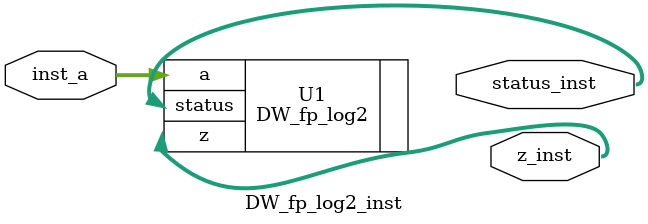
<source format=v>
module DW_fp_log2_inst( inst_a, z_inst, status_inst );

parameter sig_width = 10;
parameter exp_width = 5;
parameter ieee_compliance = 0;
parameter extra_prec = 0;
parameter arch = 2;

input [sig_width+exp_width : 0] inst_a;
output [sig_width+exp_width : 0] z_inst;
output [7 : 0] status_inst;

    // Instance of DW_fp_log2
    DW_fp_log2 #(sig_width, exp_width, ieee_compliance, extra_prec, arch)
	  U1 ( .a(inst_a), .z(z_inst), .status(status_inst) );

endmodule

</source>
